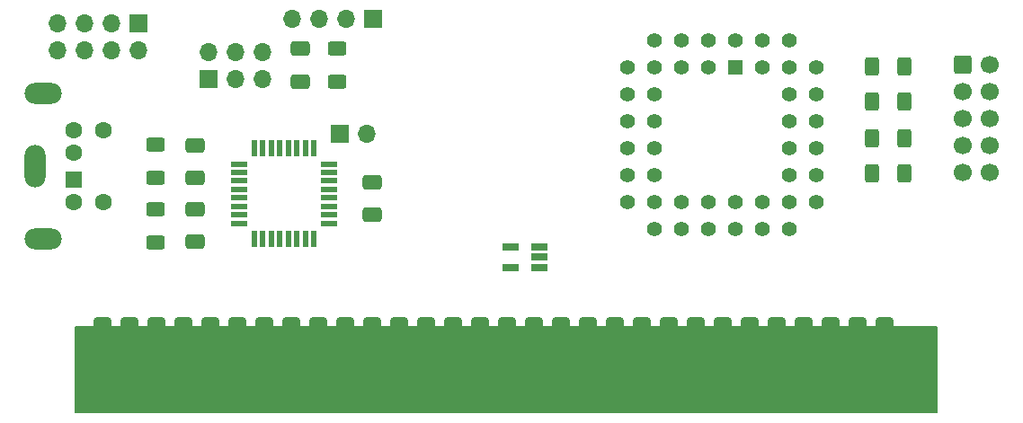
<source format=gts>
G04 #@! TF.GenerationSoftware,KiCad,Pcbnew,7.0.10-148-g62bb553460*
G04 #@! TF.CreationDate,2024-11-26T22:34:19+03:00*
G04 #@! TF.ProjectId,ZX_BUS_Mouse,5a585f42-5553-45f4-9d6f-7573652e6b69,rev?*
G04 #@! TF.SameCoordinates,Original*
G04 #@! TF.FileFunction,Soldermask,Top*
G04 #@! TF.FilePolarity,Negative*
%FSLAX46Y46*%
G04 Gerber Fmt 4.6, Leading zero omitted, Abs format (unit mm)*
G04 Created by KiCad (PCBNEW 7.0.10-148-g62bb553460) date 2024-11-26 22:34:19*
%MOMM*%
%LPD*%
G01*
G04 APERTURE LIST*
G04 Aperture macros list*
%AMRoundRect*
0 Rectangle with rounded corners*
0 $1 Rounding radius*
0 $2 $3 $4 $5 $6 $7 $8 $9 X,Y pos of 4 corners*
0 Add a 4 corners polygon primitive as box body*
4,1,4,$2,$3,$4,$5,$6,$7,$8,$9,$2,$3,0*
0 Add four circle primitives for the rounded corners*
1,1,$1+$1,$2,$3*
1,1,$1+$1,$4,$5*
1,1,$1+$1,$6,$7*
1,1,$1+$1,$8,$9*
0 Add four rect primitives between the rounded corners*
20,1,$1+$1,$2,$3,$4,$5,0*
20,1,$1+$1,$4,$5,$6,$7,0*
20,1,$1+$1,$6,$7,$8,$9,0*
20,1,$1+$1,$8,$9,$2,$3,0*%
G04 Aperture macros list end*
%ADD10C,0.150000*%
%ADD11RoundRect,0.250000X0.650000X-0.412500X0.650000X0.412500X-0.650000X0.412500X-0.650000X-0.412500X0*%
%ADD12R,1.700000X1.700000*%
%ADD13O,1.700000X1.700000*%
%ADD14RoundRect,0.250000X-0.400000X-0.625000X0.400000X-0.625000X0.400000X0.625000X-0.400000X0.625000X0*%
%ADD15R,1.560000X0.650000*%
%ADD16RoundRect,0.250000X-0.625000X0.400000X-0.625000X-0.400000X0.625000X-0.400000X0.625000X0.400000X0*%
%ADD17RoundRect,0.425000X0.425000X-3.575000X0.425000X3.575000X-0.425000X3.575000X-0.425000X-3.575000X0*%
%ADD18R,1.600000X1.600000*%
%ADD19C,1.600000*%
%ADD20O,3.500000X2.000000*%
%ADD21O,2.000000X4.000000*%
%ADD22RoundRect,0.250000X-0.650000X0.412500X-0.650000X-0.412500X0.650000X-0.412500X0.650000X0.412500X0*%
%ADD23R,1.422400X1.422400*%
%ADD24C,1.422400*%
%ADD25R,1.600000X0.550000*%
%ADD26R,0.550000X1.600000*%
%ADD27RoundRect,0.250000X0.625000X-0.400000X0.625000X0.400000X-0.625000X0.400000X-0.625000X-0.400000X0*%
%ADD28RoundRect,0.250000X-0.600000X-0.600000X0.600000X-0.600000X0.600000X0.600000X-0.600000X0.600000X0*%
%ADD29C,1.700000*%
G04 APERTURE END LIST*
D10*
X132600000Y-150000000D02*
X51500000Y-150000000D01*
X51500000Y-142000000D01*
X132600000Y-142000000D01*
X132600000Y-150000000D01*
G36*
X132600000Y-150000000D02*
G01*
X51500000Y-150000000D01*
X51500000Y-142000000D01*
X132600000Y-142000000D01*
X132600000Y-150000000D01*
G37*
D11*
X62700000Y-133962500D03*
X62700000Y-130837500D03*
D12*
X76325000Y-123800000D03*
D13*
X78865000Y-123800000D03*
D11*
X62700000Y-127950000D03*
X62700000Y-124825000D03*
D14*
X126450000Y-120700000D03*
X129550000Y-120700000D03*
D12*
X57400000Y-113360000D03*
D13*
X57400000Y-115900000D03*
X54860000Y-113360000D03*
X54860000Y-115900000D03*
X52320000Y-113360000D03*
X52320000Y-115900000D03*
X49780000Y-113360000D03*
X49780000Y-115900000D03*
D15*
X95150000Y-136350000D03*
X95150000Y-135400000D03*
X95150000Y-134450000D03*
X92450000Y-134450000D03*
X92450000Y-136350000D03*
D16*
X59000000Y-130900000D03*
X59000000Y-134000000D03*
D17*
X53975000Y-145034000D03*
X56515000Y-145034000D03*
X59055000Y-145034000D03*
X61595000Y-145034000D03*
X64135000Y-145034000D03*
X66675000Y-145034000D03*
X69215000Y-145034000D03*
X71755000Y-145034000D03*
X74295000Y-145034000D03*
X76835000Y-145034000D03*
X79375000Y-145034000D03*
X81915000Y-145034000D03*
X84455000Y-145034000D03*
X86995000Y-145034000D03*
X89535000Y-145034000D03*
X92075000Y-145034000D03*
X94615000Y-145034000D03*
X97155000Y-145034000D03*
X99695000Y-145034000D03*
X102235000Y-145034000D03*
X104775000Y-145034000D03*
X107315000Y-145034000D03*
X109855000Y-145034000D03*
X112395000Y-145034000D03*
X114935000Y-145034000D03*
X117475000Y-145034000D03*
X120015000Y-145034000D03*
X122555000Y-145034000D03*
X125095000Y-145034000D03*
X127635000Y-145034000D03*
D11*
X79400000Y-131425000D03*
X79400000Y-128300000D03*
D18*
X51300000Y-128100000D03*
D19*
X51300000Y-125500000D03*
X51300000Y-130200000D03*
X51300000Y-123400000D03*
X54100000Y-130200000D03*
X54100000Y-123400000D03*
D20*
X48450000Y-119950000D03*
D21*
X47650000Y-126800000D03*
D20*
X48450000Y-133650000D03*
D12*
X79500000Y-112900000D03*
D13*
X76960000Y-112900000D03*
X74420000Y-112900000D03*
X71880000Y-112900000D03*
D14*
X126450000Y-124218750D03*
X129550000Y-124218750D03*
D22*
X72600000Y-115737500D03*
X72600000Y-118862500D03*
D23*
X113570000Y-117468750D03*
D24*
X111030000Y-114928750D03*
X111030000Y-117468750D03*
X108490000Y-114928750D03*
X108490000Y-117468750D03*
X105950000Y-114928750D03*
X103410000Y-117468750D03*
X105950000Y-117468750D03*
X103410000Y-120008750D03*
X105950000Y-120008750D03*
X103410000Y-122548750D03*
X105950000Y-122548750D03*
X103410000Y-125088750D03*
X105950000Y-125088750D03*
X103410000Y-127628750D03*
X105950000Y-127628750D03*
X103410000Y-130168750D03*
X105950000Y-132708750D03*
X105950000Y-130168750D03*
X108490000Y-132708750D03*
X108490000Y-130168750D03*
X111030000Y-132708750D03*
X111030000Y-130168750D03*
X113570000Y-132708750D03*
X113570000Y-130168750D03*
X116110000Y-132708750D03*
X116110000Y-130168750D03*
X118650000Y-132708750D03*
X121190000Y-130168750D03*
X118650000Y-130168750D03*
X121190000Y-127628750D03*
X118650000Y-127628750D03*
X121190000Y-125088750D03*
X118650000Y-125088750D03*
X121190000Y-122548750D03*
X118650000Y-122548750D03*
X121190000Y-120008750D03*
X118650000Y-120008750D03*
X121190000Y-117468750D03*
X118650000Y-114928750D03*
X118650000Y-117468750D03*
X116110000Y-114928750D03*
X116110000Y-117468750D03*
X113570000Y-114928750D03*
D12*
X64025000Y-118575000D03*
D13*
X64025000Y-116035000D03*
X66565000Y-118575000D03*
X66565000Y-116035000D03*
X69105000Y-118575000D03*
X69105000Y-116035000D03*
D25*
X66850000Y-126600000D03*
X66850000Y-127400000D03*
X66850000Y-128200000D03*
X66850000Y-129000000D03*
X66850000Y-129800000D03*
X66850000Y-130600000D03*
X66850000Y-131400000D03*
X66850000Y-132200000D03*
D26*
X68300000Y-133650000D03*
X69100000Y-133650000D03*
X69900000Y-133650000D03*
X70700000Y-133650000D03*
X71500000Y-133650000D03*
X72300000Y-133650000D03*
X73100000Y-133650000D03*
X73900000Y-133650000D03*
D25*
X75350000Y-132200000D03*
X75350000Y-131400000D03*
X75350000Y-130600000D03*
X75350000Y-129800000D03*
X75350000Y-129000000D03*
X75350000Y-128200000D03*
X75350000Y-127400000D03*
X75350000Y-126600000D03*
D26*
X73900000Y-125150000D03*
X73100000Y-125150000D03*
X72300000Y-125150000D03*
X71500000Y-125150000D03*
X70700000Y-125150000D03*
X69900000Y-125150000D03*
X69100000Y-125150000D03*
X68300000Y-125150000D03*
D14*
X126450000Y-127500000D03*
X129550000Y-127500000D03*
D16*
X76100000Y-115750000D03*
X76100000Y-118850000D03*
D14*
X126450000Y-117400000D03*
X129550000Y-117400000D03*
D27*
X59000000Y-127900000D03*
X59000000Y-124800000D03*
D28*
X135060000Y-117258750D03*
D29*
X137600000Y-117258750D03*
X135060000Y-119798750D03*
X137600000Y-119798750D03*
X135060000Y-122338750D03*
X137600000Y-122338750D03*
X135060000Y-124878750D03*
X137600000Y-124878750D03*
X135060000Y-127418750D03*
X137600000Y-127418750D03*
M02*

</source>
